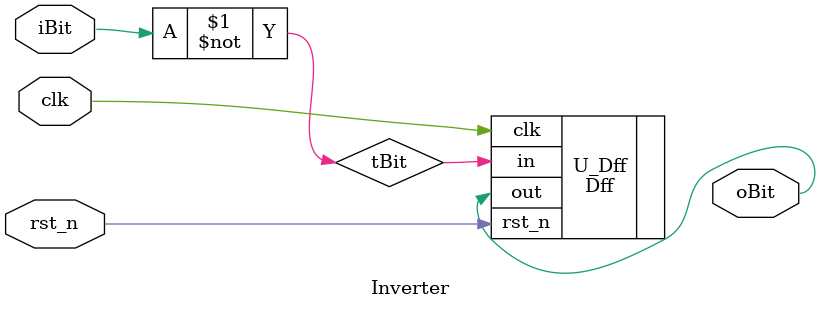
<source format=sv>
`include "Dff.sv"

module Inverter #(
) (
    input logic clk,
    input logic rst_n,
    input logic iBit,
    output logic oBit
);

    logic tBit;

    assign tBit = ~iBit;

    Dff U_Dff(
        .clk(clk),
        .rst_n(rst_n),
        .in(tBit),
        .out(oBit)
    );

endmodule
</source>
